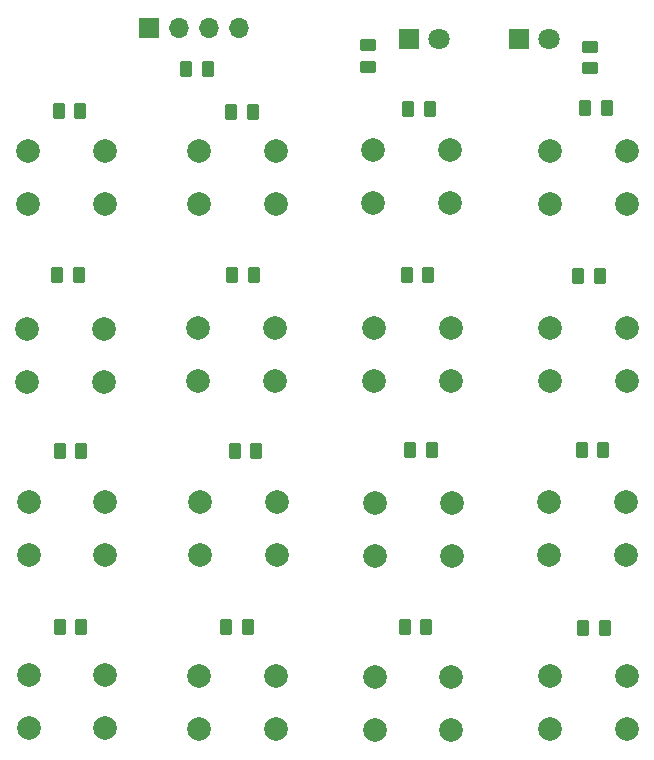
<source format=gbr>
%TF.GenerationSoftware,KiCad,Pcbnew,8.0.6*%
%TF.CreationDate,2024-10-18T13:29:46-03:00*%
%TF.ProjectId,analog-keypad-16-keys,616e616c-6f67-42d6-9b65-797061642d31,rev?*%
%TF.SameCoordinates,Original*%
%TF.FileFunction,Soldermask,Top*%
%TF.FilePolarity,Negative*%
%FSLAX46Y46*%
G04 Gerber Fmt 4.6, Leading zero omitted, Abs format (unit mm)*
G04 Created by KiCad (PCBNEW 8.0.6) date 2024-10-18 13:29:46*
%MOMM*%
%LPD*%
G01*
G04 APERTURE LIST*
G04 Aperture macros list*
%AMRoundRect*
0 Rectangle with rounded corners*
0 $1 Rounding radius*
0 $2 $3 $4 $5 $6 $7 $8 $9 X,Y pos of 4 corners*
0 Add a 4 corners polygon primitive as box body*
4,1,4,$2,$3,$4,$5,$6,$7,$8,$9,$2,$3,0*
0 Add four circle primitives for the rounded corners*
1,1,$1+$1,$2,$3*
1,1,$1+$1,$4,$5*
1,1,$1+$1,$6,$7*
1,1,$1+$1,$8,$9*
0 Add four rect primitives between the rounded corners*
20,1,$1+$1,$2,$3,$4,$5,0*
20,1,$1+$1,$4,$5,$6,$7,0*
20,1,$1+$1,$6,$7,$8,$9,0*
20,1,$1+$1,$8,$9,$2,$3,0*%
G04 Aperture macros list end*
%ADD10C,2.000000*%
%ADD11RoundRect,0.250000X-0.262500X-0.450000X0.262500X-0.450000X0.262500X0.450000X-0.262500X0.450000X0*%
%ADD12R,1.700000X1.700000*%
%ADD13O,1.700000X1.700000*%
%ADD14R,1.800000X1.800000*%
%ADD15C,1.800000*%
%ADD16RoundRect,0.250000X0.262500X0.450000X-0.262500X0.450000X-0.262500X-0.450000X0.262500X-0.450000X0*%
%ADD17RoundRect,0.250000X-0.450000X0.262500X-0.450000X-0.262500X0.450000X-0.262500X0.450000X0.262500X0*%
%ADD18RoundRect,0.250000X0.450000X-0.262500X0.450000X0.262500X-0.450000X0.262500X-0.450000X-0.262500X0*%
G04 APERTURE END LIST*
D10*
%TO.C,SW1*%
X98800000Y-49600000D03*
X105300000Y-49600000D03*
X98800000Y-54100000D03*
X105300000Y-54100000D03*
%TD*%
%TO.C,SW11*%
X128200000Y-79400000D03*
X134700000Y-79400000D03*
X128200000Y-83900000D03*
X134700000Y-83900000D03*
%TD*%
D11*
%TO.C,R2*%
X101275000Y-60100000D03*
X103100000Y-60100000D03*
%TD*%
%TO.C,R3*%
X101475000Y-75000000D03*
X103300000Y-75000000D03*
%TD*%
D12*
%TO.C,J1*%
X109060000Y-39200000D03*
D13*
X111600000Y-39200000D03*
X114140000Y-39200000D03*
X116680000Y-39200000D03*
%TD*%
D11*
%TO.C,R8*%
X115987500Y-46300000D03*
X117812500Y-46300000D03*
%TD*%
D10*
%TO.C,SW4*%
X98850000Y-93950000D03*
X105350000Y-93950000D03*
X98850000Y-98450000D03*
X105350000Y-98450000D03*
%TD*%
%TO.C,SW15*%
X142950000Y-79350000D03*
X149450000Y-79350000D03*
X142950000Y-83850000D03*
X149450000Y-83850000D03*
%TD*%
D11*
%TO.C,R15*%
X145787500Y-90000000D03*
X147612500Y-90000000D03*
%TD*%
D14*
%TO.C,D2*%
X140400000Y-40100000D03*
D15*
X142940000Y-40100000D03*
%TD*%
D10*
%TO.C,SW7*%
X113350000Y-79350000D03*
X119850000Y-79350000D03*
X113350000Y-83850000D03*
X119850000Y-83850000D03*
%TD*%
D11*
%TO.C,R14*%
X145687500Y-74900000D03*
X147512500Y-74900000D03*
%TD*%
D16*
%TO.C,R5*%
X117900000Y-60100000D03*
X116075000Y-60100000D03*
%TD*%
D10*
%TO.C,SW13*%
X143000000Y-49600000D03*
X149500000Y-49600000D03*
X143000000Y-54100000D03*
X149500000Y-54100000D03*
%TD*%
D11*
%TO.C,R7*%
X115587500Y-89900000D03*
X117412500Y-89900000D03*
%TD*%
D10*
%TO.C,SW12*%
X128150000Y-94150000D03*
X134650000Y-94150000D03*
X128150000Y-98650000D03*
X134650000Y-98650000D03*
%TD*%
D17*
%TO.C,R19*%
X146400000Y-40775000D03*
X146400000Y-42600000D03*
%TD*%
D11*
%TO.C,R12*%
X130987500Y-46100000D03*
X132812500Y-46100000D03*
%TD*%
D10*
%TO.C,SW3*%
X98850000Y-79350000D03*
X105350000Y-79350000D03*
X98850000Y-83850000D03*
X105350000Y-83850000D03*
%TD*%
%TO.C,SW10*%
X128100000Y-64600000D03*
X134600000Y-64600000D03*
X128100000Y-69100000D03*
X134600000Y-69100000D03*
%TD*%
D11*
%TO.C,R17*%
X112187500Y-42700000D03*
X114012500Y-42700000D03*
%TD*%
D10*
%TO.C,SW6*%
X113200000Y-64600000D03*
X119700000Y-64600000D03*
X113200000Y-69100000D03*
X119700000Y-69100000D03*
%TD*%
%TO.C,SW2*%
X98750000Y-64650000D03*
X105250000Y-64650000D03*
X98750000Y-69150000D03*
X105250000Y-69150000D03*
%TD*%
%TO.C,SW9*%
X128050000Y-49550000D03*
X134550000Y-49550000D03*
X128050000Y-54050000D03*
X134550000Y-54050000D03*
%TD*%
%TO.C,SW16*%
X143000000Y-94100000D03*
X149500000Y-94100000D03*
X143000000Y-98600000D03*
X149500000Y-98600000D03*
%TD*%
D11*
%TO.C,R10*%
X131175000Y-74900000D03*
X133000000Y-74900000D03*
%TD*%
%TO.C,R6*%
X116287500Y-75000000D03*
X118112500Y-75000000D03*
%TD*%
%TO.C,R4*%
X101475000Y-89900000D03*
X103300000Y-89900000D03*
%TD*%
D10*
%TO.C,SW14*%
X143000000Y-64600000D03*
X149500000Y-64600000D03*
X143000000Y-69100000D03*
X149500000Y-69100000D03*
%TD*%
D11*
%TO.C,R9*%
X130875000Y-60100000D03*
X132700000Y-60100000D03*
%TD*%
D10*
%TO.C,SW5*%
X113300000Y-49600000D03*
X119800000Y-49600000D03*
X113300000Y-54100000D03*
X119800000Y-54100000D03*
%TD*%
D14*
%TO.C,D1*%
X131060000Y-40100000D03*
D15*
X133600000Y-40100000D03*
%TD*%
D11*
%TO.C,R16*%
X145987500Y-46000000D03*
X147812500Y-46000000D03*
%TD*%
%TO.C,R11*%
X130687500Y-89900000D03*
X132512500Y-89900000D03*
%TD*%
%TO.C,R1*%
X101387500Y-46200000D03*
X103212500Y-46200000D03*
%TD*%
D18*
%TO.C,R18*%
X127600000Y-42512500D03*
X127600000Y-40687500D03*
%TD*%
D11*
%TO.C,R13*%
X145387500Y-60200000D03*
X147212500Y-60200000D03*
%TD*%
D10*
%TO.C,SW8*%
X113300000Y-94050000D03*
X119800000Y-94050000D03*
X113300000Y-98550000D03*
X119800000Y-98550000D03*
%TD*%
M02*

</source>
